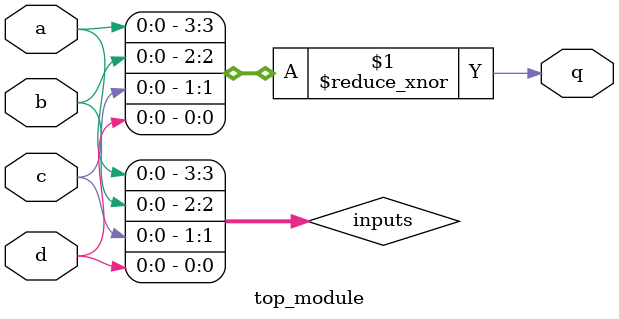
<source format=sv>
module top_module (
    input a, 
    input b, 
    input c, 
    input d,
    output q
);

wire [3:0] inputs;
assign inputs = {a, b, c, d};

// Using reduce XOR to perform the bitwise XOR operation
assign q = ~^inputs;

endmodule

</source>
